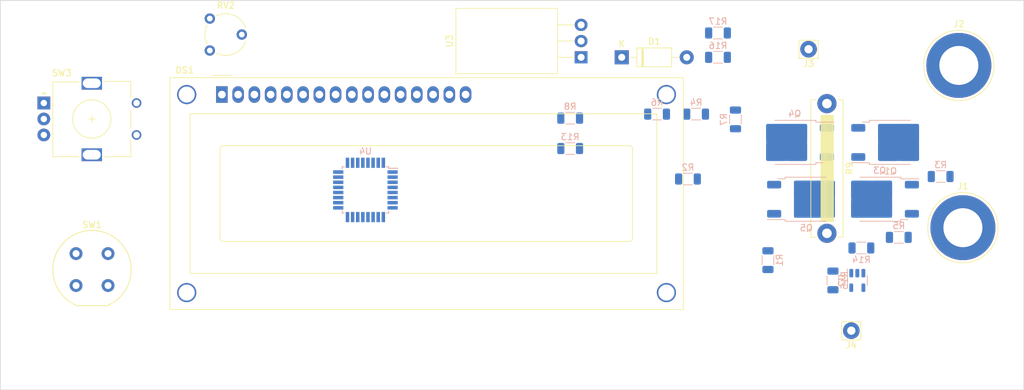
<source format=kicad_pcb>
(kicad_pcb (version 20221018) (generator pcbnew)
  (layers (0 "F.Cu" signal) (31 "B.Cu" signal) (34 "B.Paste" user) (35 "F.Paste" user) (36 "B.SilkS" user "B.Silkscreen") (37 "F.SilkS" user "F.Silkscreen") (38 "B.Mask" user) (39 "F.Mask" user) (44 "Edge.Cuts" user))
  (net 0 "")
  (net 1 "Net-(D1-K)")
  (net 2 "Net-(D1-A)")
  (net 3 "GND")
  (net 4 "VCC")
  (net 5 "Net-(DS1-VO)")
  (net 12 "Net-(Q1-G)")
  (net 13 "Net-(Q1-S)")
  (net 14 "Net-(Q3-G)")
  (net 15 "VDD")
  (net 16 "Net-(R14-Pad1)")
  (net 17 "Net-(U2--)")
  (net 18 "Net-(U3-VO)")
  (net 21 "Net-(U4-PD6)")
  (net 22 "Net-(U4-PB1)")
  (net 25 "Ismooth")
  (net 26 "/LCD.RS")
  (net 27 "/LCD.R{slash}~{W}")
  (net 28 "/LCD.E")
  (net 29 "/LCD.D4")
  (net 30 "/LCD.D5")
  (net 31 "/LCD.D6")
  (net 32 "/LCD.D7")
  (net 33 "Net-(J1-Pin_1)")
  (net 34 "Net-(J2-Pin_1)")
  (net 35 "Net-(U4-PB0)")
  (net 36 "Net-(U4-PB2)")
  (net 37 "Net-(U4-PD0)")
  (net 38 "Net-(U4-PD3)")
  (net 39 "Net-(U4-PD4)")
  (net 40 "Net-(U4-PD5)")
  (net 41 "Net-(U4-PD7)")
  (net 42 "Net-(U4-PD2)")
  (net 43 "Net-(Q5-G)")
  (net 44 "Net-(Q4-G)")
  (net 45 "Net-(J5-MISO)")
  (net 46 "Net-(J5-MOSI)")
  (net 47 "Net-(J5-SCK)")
  (footprint "Display:WC1602A" (layer "F.Cu") (at 102.89052 84.9593)
    (fp_text reference "DS1" (at -5.82 -3.81) (layer "F.SilkS"))
    (fp_text value "WC1602A")
    (fp_line (start -8.14 -2.64) (end -8.14 33.64) (stroke (width 0.12)) (layer "F.SilkS"))
    (fp_line (start -8.14 33.64) (end 72.14 33.64) (stroke (width 0.12)) (layer "F.SilkS"))
    (fp_line (start -8.13 -2.64) (end -7.34 -2.64) (stroke (width 0.12)) (layer "F.SilkS"))
    (fp_line (start -5 3) (end 68 3) (stroke (width 0.12)) (layer "F.SilkS"))
    (fp_line (start -5 28) (end -5 3) (stroke (width 0.12)) (layer "F.SilkS"))
    (fp_line (start -1.5 -3) (end 1.5 -3) (stroke (width 0.12)) (layer "F.SilkS"))
    (fp_line (start -0.29972 22.49932) (end -0.29972 8.5) (stroke (width 0.12)) (layer "F.SilkS"))
    (fp_line (start 0.2 8) (end 63.7 8) (stroke (width 0.12)) (layer "F.SilkS"))
    (fp_line (start 63.70066 23) (end 0.2 23) (stroke (width 0.12)) (layer "F.SilkS"))
    (fp_line (start 64.2 8.5) (end 64.2 22.5) (stroke (width 0.12)) (layer "F.SilkS"))
    (fp_line (start 68 3) (end 68 28) (stroke (width 0.12)) (layer "F.SilkS"))
    (fp_line (start 68 28) (end -5 28) (stroke (width 0.12)) (layer "F.SilkS"))
    (fp_line (start 72.14 -2.64) (end -7.34 -2.64) (stroke (width 0.12)) (layer "F.SilkS"))
    (fp_line (start 72.14 33.64) (end 72.14 -2.64) (stroke (width 0.12)) (layer "F.SilkS"))
    (fp_arc (start -0.29972 8.49884) (mid -0.153162 8.145018) (end 0.20066 7.99846) (stroke (width 0.12)) (layer "F.SilkS"))
    (fp_arc (start 0.20066 22.9997) (mid -0.153162 22.853142) (end -0.29972 22.49932) (stroke (width 0.12)) (layer "F.SilkS"))
    (fp_arc (start 63.7 8) (mid 64.053553 8.146447) (end 64.2 8.5) (stroke (width 0.12)) (layer "F.SilkS"))
    (fp_arc (start 64.20104 22.49932) (mid 64.054473 22.853115) (end 63.70066 22.9997) (stroke (width 0.12)) (layer "F.SilkS"))
    (pad "" thru_hole circle (at -5.4991 0) (size 3 3) (drill 2.5) (layers "*.Cu" "*.Mask"))
    (pad "" thru_hole circle (at -5.4991 31.0007) (size 3 3) (drill 2.5) (layers "*.Cu" "*.Mask"))
    (pad "" thru_hole circle (at 69.49948 31.0007) (size 3 3) (drill 2.5) (layers "*.Cu" "*.Mask"))
    (pad "" thru_hole circle (at 69.5 0) (size 3 3) (drill 2.5) (layers "*.Cu" "*.Mask"))
    (pad "1" thru_hole rect (at 0 0) (size 1.8 2.6) (drill 1.2) (layers "*.Cu" "*.Mask") (net 3 "GND"))
    (pad "2" thru_hole oval (at 2.54 0) (size 1.8 2.6) (drill 1.2) (layers "*.Cu" "*.Mask") (net 4 "VCC"))
    (pad "3" thru_hole oval (at 5.08 0) (size 1.8 2.6) (drill 1.2) (layers "*.Cu" "*.Mask") (net 5 "Net-(DS1-VO)"))
    (pad "4" thru_hole oval (at 7.62 0) (size 1.8 2.6) (drill 1.2) (layers "*.Cu" "*.Mask") (net 26 "/LCD.RS"))
    (pad "5" thru_hole oval (at 10.16 0) (size 1.8 2.6) (drill 1.2) (layers "*.Cu" "*.Mask") (net 27 "/LCD.R{slash}~{W}"))
    (pad "6" thru_hole oval (at 12.7 0) (size 1.8 2.6) (drill 1.2) (layers "*.Cu" "*.Mask") (net 28 "/LCD.E"))
    (pad "7" thru_hole oval (at 15.24 0) (size 1.8 2.6) (drill 1.2) (layers "*.Cu" "*.Mask"))
    (pad "8" thru_hole oval (at 17.78 0) (size 1.8 2.6) (drill 1.2) (layers "*.Cu" "*.Mask"))
    (pad "9" thru_hole oval (at 20.32 0) (size 1.8 2.6) (drill 1.2) (layers "*.Cu" "*.Mask"))
    (pad "10" thru_hole oval (at 22.86 0) (size 1.8 2.6) (drill 1.2) (layers "*.Cu" "*.Mask"))
    (pad "11" thru_hole oval (at 25.4 0) (size 1.8 2.6) (drill 1.2) (layers "*.Cu" "*.Mask") (net 29 "/LCD.D4"))
    (pad "12" thru_hole oval (at 27.94 0) (size 1.8 2.6) (drill 1.2) (layers "*.Cu" "*.Mask") (net 30 "/LCD.D5"))
    (pad "13" thru_hole oval (at 30.48 0) (size 1.8 2.6) (drill 1.2) (layers "*.Cu" "*.Mask") (net 31 "/LCD.D6"))
    (pad "14" thru_hole oval (at 33.02 0) (size 1.8 2.6) (drill 1.2) (layers "*.Cu" "*.Mask") (net 32 "/LCD.D7"))
    (pad "15" thru_hole oval (at 35.56 0) (size 1.8 2.6) (drill 1.2) (layers "*.Cu" "*.Mask"))
    (pad "16" thru_hole oval (at 38.1 0) (size 1.8 2.6) (drill 1.2) (layers "*.Cu" "*.Mask"))
  )
  (footprint "Connector_Pin:Pin_D1.3mm_L11.3mm_W2.8mm_Flat" (layer "F.Cu") (at 194.615 77.86)
    (fp_text reference "J3" (at 0 2.25) (layer "F.SilkS"))
    (fp_text value "Screw_Terminal_01x01")
    (fp_line (start -1.5 -1.4) (end -1.5 1.45) (stroke (width 0.12)) (layer "F.SilkS"))
    (fp_line (start -1.5 -1.4) (end 1.5 -1.4) (stroke (width 0.12)) (layer "F.SilkS"))
    (fp_line (start -1.5 1.45) (end 1.5 1.45) (stroke (width 0.12)) (layer "F.SilkS"))
    (fp_line (start 1.5 -1.4) (end 1.5 1.45) (stroke (width 0.12)) (layer "F.SilkS"))
    (pad "1" thru_hole circle (at 0 0) (size 2.6 2.6) (drill 1.3) (layers "*.Cu" "*.Mask") (net 15 "VDD"))
  )
  (footprint "Diode_THT:D_DO-41_SOD81_P10.16mm_Horizontal" (layer "F.Cu") (at 165.405 79.13)
    (fp_text reference "D1" (at 5.08 -2.47) (layer "F.SilkS"))
    (fp_text value "1N4007")
    (fp_text user "K" (at 0 -2.1) (layer "F.SilkS"))
    (fp_line (start 1.34 0) (end 2.36 0) (stroke (width 0.12)) (layer "F.SilkS"))
    (fp_line (start 2.36 -1.47) (end 2.36 1.47) (stroke (width 0.12)) (layer "F.SilkS"))
    (fp_line (start 2.36 1.47) (end 7.8 1.47) (stroke (width 0.12)) (layer "F.SilkS"))
    (fp_line (start 3.14 -1.47) (end 3.14 1.47) (stroke (width 0.12)) (layer "F.SilkS"))
    (fp_line (start 3.26 -1.47) (end 3.26 1.47) (stroke (width 0.12)) (layer "F.SilkS"))
    (fp_line (start 3.38 -1.47) (end 3.38 1.47) (stroke (width 0.12)) (layer "F.SilkS"))
    (fp_line (start 7.8 -1.47) (end 2.36 -1.47) (stroke (width 0.12)) (layer "F.SilkS"))
    (fp_line (start 7.8 1.47) (end 7.8 -1.47) (stroke (width 0.12)) (layer "F.SilkS"))
    (fp_line (start 8.82 0) (end 7.8 0) (stroke (width 0.12)) (layer "F.SilkS"))
    (pad "1" thru_hole rect (at 0 0) (size 2.2 2.2) (drill 1.1) (layers "*.Cu" "*.Mask") (net 1 "Net-(D1-K)"))
    (pad "2" thru_hole oval (at 10.16 0) (size 2.2 2.2) (drill 1.1) (layers "*.Cu" "*.Mask") (net 2 "Net-(D1-A)"))
  )
  (footprint "Potentiometer_THT:Potentiometer_Piher_PT-6-V_Vertical" (layer "F.Cu") (at 101.005 78.065)
    (fp_text reference "RV2" (at 2.5 -7.06) (layer "F.SilkS"))
    (fp_text value "R_Potentiometer")
    (fp_arc (start -0.413387 -1.014798) (mid -0.770114 -2.499325) (end -0.414 -3.984) (stroke (width 0.12)) (layer "F.SilkS"))
    (fp_arc (start 1.016032 -5.413829) (mid 3.725524 -5.531609) (end 5.592 -3.564) (stroke (width 0.12)) (layer "F.SilkS"))
    (fp_arc (start 2.556863 0.770075) (mid 1.764071 0.686696) (end 1.015 0.414) (stroke (width 0.12)) (layer "F.SilkS"))
    (fp_arc (start 5.591846 -1.435392) (mid 4.398899 0.162158) (end 2.5 0.77) (stroke (width 0.12)) (layer "F.SilkS"))
    (pad "1" thru_hole circle (at 0 0) (size 1.62 1.62) (drill 0.9) (layers "*.Cu" "*.Mask") (net 4 "VCC"))
    (pad "2" thru_hole circle (at 5 -2.5) (size 1.62 1.62) (drill 0.9) (layers "*.Cu" "*.Mask") (net 5 "Net-(DS1-VO)"))
    (pad "3" thru_hole circle (at 0 -5) (size 1.62 1.62) (drill 0.9) (layers "*.Cu" "*.Mask") (net 3 "GND"))
  )
  (footprint "Connector_Pin:Pin_D1.3mm_L11.3mm_W2.8mm_Flat" (layer "F.Cu") (at 201.295 121.92)
    (fp_text reference "J4" (at 0 2.25) (layer "F.SilkS"))
    (fp_text value "Screw_Terminal_01x01")
    (fp_line (start -1.5 -1.4) (end -1.5 1.45) (stroke (width 0.12)) (layer "F.SilkS"))
    (fp_line (start -1.5 -1.4) (end 1.5 -1.4) (stroke (width 0.12)) (layer "F.SilkS"))
    (fp_line (start -1.5 1.45) (end 1.5 1.45) (stroke (width 0.12)) (layer "F.SilkS"))
    (fp_line (start 1.5 -1.4) (end 1.5 1.45) (stroke (width 0.12)) (layer "F.SilkS"))
    (pad "1" thru_hole circle (at 0 0) (size 2.6 2.6) (drill 1.3) (layers "*.Cu" "*.Mask") (net 3 "GND"))
  )
  (footprint "Button_Switch_THT:Push_E-Switch_KS01Q01" (layer "F.Cu") (at 80.09 109.855)
    (fp_text reference "SW1" (at 2.5 -4.5) (layer "F.SilkS"))
    (fp_text value "SW_Push")
    (fp_line (start 4.89 8.14) (end 0.11 8.14) (stroke (width 0.15)) (layer "F.SilkS"))
    (fp_arc (start 0.11 8.14) (mid 2.496283 -3.625495) (end 4.896843 8.137095) (stroke (width 0.15)) (layer "F.SilkS"))
    (pad "1" thru_hole circle (at 0 0) (size 2 2) (drill 1.1) (layers "*.Cu" "*.Mask") (net 37 "Net-(U4-PD0)"))
    (pad "2" thru_hole circle (at 5 0) (size 2 2) (drill 1.1) (layers "*.Cu" "*.Mask") (net 3 "GND"))
    (pad "3" thru_hole circle (at 0 5) (size 2 2) (drill 1.1) (layers "*.Cu" "*.Mask"))
    (pad "4" thru_hole circle (at 5 5) (size 2 2) (drill 1.1) (layers "*.Cu" "*.Mask"))
  )
  (footprint "Resistor_THT:R_Bare_Metal_Element_L21.3mm_W4.8mm_P20.30mm" (layer "F.Cu") (at 197.485 86.38 -90)
    (fp_text reference "R9" (at 10.15 -3.52 90) (layer "F.SilkS"))
    (fp_text value " 0.01 5W")
    (fp_line (start -0.62 -2.52) (end 20.92 -2.52) (stroke (width 0.12)) (layer "F.SilkS"))
    (fp_line (start -0.62 -1.74) (end -0.62 -2.52) (stroke (width 0.12)) (layer "F.SilkS"))
    (fp_line (start -0.62 1.74) (end -0.62 2.52) (stroke (width 0.12)) (layer "F.SilkS"))
    (fp_line (start -0.62 2.52) (end 20.92 2.52) (stroke (width 0.12)) (layer "F.SilkS"))
    (fp_line (start 1.86 -1) (end 1.86 0.92) (stroke (width 0.12)) (layer "F.SilkS"))
    (fp_line (start 1.86 -1) (end 18.44 -1) (stroke (width 0.12)) (layer "F.SilkS"))
    (fp_line (start 1.86 -0.88) (end 18.44 -0.88) (stroke (width 0.12)) (layer "F.SilkS"))
    (fp_line (start 1.86 -0.76) (end 18.44 -0.76) (stroke (width 0.12)) (layer "F.SilkS"))
    (fp_line (start 1.86 -0.64) (end 18.44 -0.64) (stroke (width 0.12)) (layer "F.SilkS"))
    (fp_line (start 1.86 -0.52) (end 18.44 -0.52) (stroke (width 0.12)) (layer "F.SilkS"))
    (fp_line (start 1.86 -0.4) (end 18.44 -0.4) (stroke (width 0.12)) (layer "F.SilkS"))
    (fp_line (start 1.86 -0.28) (end 18.44 -0.28) (stroke (width 0.12)) (layer "F.SilkS"))
    (fp_line (start 1.86 -0.16) (end 18.44 -0.16) (stroke (width 0.12)) (layer "F.SilkS"))
    (fp_line (start 1.86 -0.04) (end 18.44 -0.04) (stroke (width 0.12)) (layer "F.SilkS"))
    (fp_line (start 1.86 0.08) (end 18.44 0.08) (stroke (width 0.12)) (layer "F.SilkS"))
    (fp_line (start 1.86 0.2) (end 18.44 0.2) (stroke (width 0.12)) (layer "F.SilkS"))
    (fp_line (start 1.86 0.32) (end 18.44 0.32) (stroke (width 0.12)) (layer "F.SilkS"))
    (fp_line (start 1.86 0.44) (end 18.44 0.44) (stroke (width 0.12)) (layer "F.SilkS"))
    (fp_line (start 1.86 0.56) (end 18.44 0.56) (stroke (width 0.12)) (layer "F.SilkS"))
    (fp_line (start 1.86 0.68) (end 18.44 0.68) (stroke (width 0.12)) (layer "F.SilkS"))
    (fp_line (start 1.86 0.8) (end 18.44 0.8) (stroke (width 0.12)) (layer "F.SilkS"))
    (fp_line (start 1.86 0.92) (end 18.44 0.92) (stroke (width 0.12)) (layer "F.SilkS"))
    (fp_line (start 18.44 -1) (end 18.44 0.92) (stroke (width 0.12)) (layer "F.SilkS"))
    (fp_line (start 20.92 -2.52) (end 20.92 -1.74) (stroke (width 0.12)) (layer "F.SilkS"))
    (fp_line (start 20.92 2.52) (end 20.92 1.74) (stroke (width 0.12)) (layer "F.SilkS"))
    (pad "1" thru_hole circle (at 0 0 270) (size 3 3) (drill 1.5) (layers "*.Cu" "*.Mask") (net 13 "Net-(Q1-S)"))
    (pad "2" thru_hole oval (at 20.3 0 270) (size 3 3) (drill 1.5) (layers "*.Cu" "*.Mask") (net 3 "GND"))
  )
  (footprint "Package_TO_SOT_THT:TO-220-3_Horizontal_TabDown" (layer "F.Cu") (at 159.055 79.13 90)
    (fp_text reference "U3" (at 2.54 -20.58 90) (layer "F.SilkS"))
    (fp_text value "LM7805_TO220")
    (fp_line (start -2.58 -19.58) (end -2.58 -3.69) (stroke (width 0.12)) (layer "F.SilkS"))
    (fp_line (start -2.58 -19.58) (end 7.66 -19.58) (stroke (width 0.12)) (layer "F.SilkS"))
    (fp_line (start -2.58 -3.69) (end 7.66 -3.69) (stroke (width 0.12)) (layer "F.SilkS"))
    (fp_line (start 0 -3.69) (end 0 -1.15) (stroke (width 0.12)) (layer "F.SilkS"))
    (fp_line (start 2.54 -3.69) (end 2.54 -1.15) (stroke (width 0.12)) (layer "F.SilkS"))
    (fp_line (start 5.08 -3.69) (end 5.08 -1.15) (stroke (width 0.12)) (layer "F.SilkS"))
    (fp_line (start 7.66 -19.58) (end 7.66 -3.69) (stroke (width 0.12)) (layer "F.SilkS"))
    (pad "" np_thru_hole oval (at 2.54 -16.66 90) (size 3.5 3.5) (drill 3.5) (layers "*.Cu" "*.Mask"))
    (pad "1" thru_hole rect (at 0 0 90) (size 1.905 2) (drill 1.1) (layers "*.Cu" "*.Mask") (net 1 "Net-(D1-K)"))
    (pad "2" thru_hole oval (at 2.54 0 90) (size 1.905 2) (drill 1.1) (layers "*.Cu" "*.Mask") (net 3 "GND"))
    (pad "3" thru_hole oval (at 5.08 0 90) (size 1.905 2) (drill 1.1) (layers "*.Cu" "*.Mask") (net 18 "Net-(U3-VO)"))
  )
  (footprint "pulsegem:Banana_Jack_1Pin" (layer "F.Cu") (at 218.11 80.4)
    (fp_text reference "J2" (at 0 -6.5) (layer "F.SilkS"))
    (fp_text value "Screw_Terminal_01x01")
    (fp_circle (center 0 0) (end 5.5 0) (stroke (width 0.12)) (fill none) (layer "F.SilkS"))
    (pad "1" thru_hole circle (at 0 0) (size 10.16 10.16) (drill 6.1) (layers "*.Cu" "*.Mask") (net 34 "Net-(J2-Pin_1)"))
  )
  (footprint "Rotary_Encoder:RotaryEncoder_Alps_EC11E_Vertical_H20mm" (layer "F.Cu") (at 75.05 86.285)
    (fp_text reference "SW3" (at 2.8 -4.7) (layer "F.SilkS"))
    (fp_text value "RotaryEncoder_Switch")
    (fp_line (start -0.3 -1.6) (end 0.3 -1.6) (stroke (width 0.12)) (layer "F.SilkS"))
    (fp_line (start 0 -1.3) (end -0.3 -1.6) (stroke (width 0.12)) (layer "F.SilkS"))
    (fp_line (start 0.3 -1.6) (end 0 -1.3) (stroke (width 0.12)) (layer "F.SilkS"))
    (fp_line (start 1.4 -3.3) (end 1.4 8.4) (stroke (width 0.12)) (layer "F.SilkS"))
    (fp_line (start 5.5 -3.3) (end 1.4 -3.3) (stroke (width 0.12)) (layer "F.SilkS"))
    (fp_line (start 5.5 8.4) (end 1.4 8.4) (stroke (width 0.12)) (layer "F.SilkS"))
    (fp_line (start 7 2.5) (end 8 2.5) (stroke (width 0.12)) (layer "F.SilkS"))
    (fp_line (start 7.5 2) (end 7.5 3) (stroke (width 0.12)) (layer "F.SilkS"))
    (fp_line (start 9.5 -3.4) (end 13.6 -3.4) (stroke (width 0.12)) (layer "F.SilkS"))
    (fp_line (start 13.6 -3.4) (end 13.6 -0.8) (stroke (width 0.12)) (layer "F.SilkS"))
    (fp_line (start 13.6 1.2) (end 13.6 3.8) (stroke (width 0.12)) (layer "F.SilkS"))
    (fp_line (start 13.6 5.8) (end 13.6 8.4) (stroke (width 0.12)) (layer "F.SilkS"))
    (fp_line (start 13.6 8.4) (end 9.5 8.4) (stroke (width 0.12)) (layer "F.SilkS"))
    (fp_circle (center 7.5 2.5) (end 10.5 2.5) (stroke (width 0.12)) (fill none) (layer "F.SilkS"))
    (pad "" thru_hole circle (at 14.5 0) (size 1.5 1.5) (drill 1) (layers "*.Cu" "*.Mask"))
    (pad "" thru_hole circle (at 14.5 5) (size 1.5 1.5) (drill 1) (layers "*.Cu" "*.Mask"))
    (pad "A" thru_hole rect (at 0 0) (size 2 2) (drill 1) (layers "*.Cu" "*.Mask") (net 42 "Net-(U4-PD2)"))
    (pad "B" thru_hole circle (at 0 5) (size 2 2) (drill 1) (layers "*.Cu" "*.Mask") (net 39 "Net-(U4-PD4)"))
    (pad "C" thru_hole circle (at 0 2.5) (size 2 2) (drill 1) (layers "*.Cu" "*.Mask") (net 38 "Net-(U4-PD3)"))
    (pad "MP" thru_hole rect (at 7.5 -3.1) (size 3.2 2) (drill oval 2.8 1.5) (layers "*.Cu" "*.Mask"))
    (pad "MP" thru_hole rect (at 7.5 8.1) (size 3.2 2) (drill oval 2.8 1.5) (layers "*.Cu" "*.Mask"))
  )
  (footprint "pulsegem:Banana_Jack_1Pin" (layer "F.Cu") (at 218.745 105.8)
    (fp_text reference "J1" (at 0 -6.5) (layer "F.SilkS"))
    (fp_text value "Screw_Terminal_01x01")
    (fp_circle (center 0 0) (end 5.5 0) (stroke (width 0.12)) (fill none) (layer "F.SilkS"))
    (pad "1" thru_hole circle (at 0 0) (size 10.16 10.16) (drill 6.1) (layers "*.Cu" "*.Mask") (net 33 "Net-(J1-Pin_1)"))
  )
  (footprint "Package_TO_SOT_SMD:TO-252-2" (layer "B.Cu") (at 194.27 101.34)
    (fp_text reference "Q5" (at 0 4.5) (layer "B.SilkS") (effects (justify mirror)))
    (fp_text value "QM6015D")
    (fp_line (start -3.31 -3.45) (end -3.31 -3.18) (stroke (width 0.12)) (layer "B.SilkS"))
    (fp_line (start -3.31 -3.18) (end -4.41 -3.18) (stroke (width 0.12)) (layer "B.SilkS"))
    (fp_line (start -3.31 3.18) (end -6.14 3.18) (stroke (width 0.12)) (layer "B.SilkS"))
    (fp_line (start -3.31 3.45) (end -3.31 3.18) (stroke (width 0.12)) (layer "B.SilkS"))
    (fp_line (start 3.11 -3.45) (end -3.31 -3.45) (stroke (width 0.12)) (layer "B.SilkS"))
    (fp_line (start 3.11 3.45) (end -3.31 3.45) (stroke (width 0.12)) (layer "B.SilkS"))
    (pad "1" smd roundrect (at -5.04 2.28) (size 2.2 1.2) (layers "B.Cu" "B.Paste" "B.Mask") (roundrect_rratio 0.208333) (net 43 "Net-(Q5-G)"))
    (pad "2" smd roundrect (at -0.415 -1.525) (size 3.05 2.75) (layers "B.Cu" "B.Paste") (roundrect_rratio 0.090909) (net 15 "VDD"))
    (pad "2" smd roundrect (at -0.415 1.525) (size 3.05 2.75) (layers "B.Cu" "B.Paste") (roundrect_rratio 0.090909) (net 15 "VDD"))
    (pad "2" smd roundrect (at 1.26 0) (size 6.4 5.8) (layers "B.Cu" "B.Mask") (roundrect_rratio 0.043103) (net 15 "VDD"))
    (pad "2" smd roundrect (at 2.935 -1.525) (size 3.05 2.75) (layers "B.Cu" "B.Paste") (roundrect_rratio 0.090909) (net 15 "VDD"))
    (pad "2" smd roundrect (at 2.935 1.525) (size 3.05 2.75) (layers "B.Cu" "B.Paste") (roundrect_rratio 0.090909) (net 15 "VDD"))
    (pad "3" smd roundrect (at -5.04 -2.28) (size 2.2 1.2) (layers "B.Cu" "B.Paste" "B.Mask") (roundrect_rratio 0.208333) (net 33 "Net-(J1-Pin_1)"))
  )
  (footprint "Resistor_SMD:R_1206_3216Metric" (layer "B.Cu") (at 170.9275 88.02 180)
    (fp_text reference "R6" (at 0 1.82) (layer "B.SilkS") (effects (justify mirror)))
    (fp_text value "10k")
    (fp_line (start -0.727064 -0.91) (end 0.727064 -0.91) (stroke (width 0.12)) (layer "B.SilkS"))
    (fp_line (start -0.727064 0.91) (end 0.727064 0.91) (stroke (width 0.12)) (layer "B.SilkS"))
    (pad "1" smd roundrect (at -1.4625 0 180) (size 1.125 1.75) (layers "B.Cu" "B.Paste" "B.Mask") (roundrect_rratio 0.222222) (net 3 "GND"))
    (pad "2" smd roundrect (at 1.4625 0 180) (size 1.125 1.75) (layers "B.Cu" "B.Paste" "B.Mask") (roundrect_rratio 0.222222) (net 36 "Net-(U4-PB2)"))
  )
  (footprint "Package_TO_SOT_SMD:TO-252-2" (layer "B.Cu") (at 207.425 92.45)
    (fp_text reference "Q1" (at 0 4.5) (layer "B.SilkS") (effects (justify mirror)))
    (fp_text value "QM6006D")
    (fp_line (start -3.31 -3.45) (end -3.31 -3.18) (stroke (width 0.12)) (layer "B.SilkS"))
    (fp_line (start -3.31 -3.18) (end -4.41 -3.18) (stroke (width 0.12)) (layer "B.SilkS"))
    (fp_line (start -3.31 3.18) (end -6.14 3.18) (stroke (width 0.12)) (layer "B.SilkS"))
    (fp_line (start -3.31 3.45) (end -3.31 3.18) (stroke (width 0.12)) (layer "B.SilkS"))
    (fp_line (start 3.11 -3.45) (end -3.31 -3.45) (stroke (width 0.12)) (layer "B.SilkS"))
    (fp_line (start 3.11 3.45) (end -3.31 3.45) (stroke (width 0.12)) (layer "B.SilkS"))
    (pad "1" smd roundrect (at -5.04 2.28) (size 2.2 1.2) (layers "B.Cu" "B.Paste" "B.Mask") (roundrect_rratio 0.208333) (net 12 "Net-(Q1-G)"))
    (pad "2" smd roundrect (at -0.415 -1.525) (size 3.05 2.75) (layers "B.Cu" "B.Paste") (roundrect_rratio 0.090909) (net 34 "Net-(J2-Pin_1)"))
    (pad "2" smd roundrect (at -0.415 1.525) (size 3.05 2.75) (layers "B.Cu" "B.Paste") (roundrect_rratio 0.090909) (net 34 "Net-(J2-Pin_1)"))
    (pad "2" smd roundrect (at 1.26 0) (size 6.4 5.8) (layers "B.Cu" "B.Mask") (roundrect_rratio 0.043103) (net 34 "Net-(J2-Pin_1)"))
    (pad "2" smd roundrect (at 2.935 -1.525) (size 3.05 2.75) (layers "B.Cu" "B.Paste") (roundrect_rratio 0.090909) (net 34 "Net-(J2-Pin_1)"))
    (pad "2" smd roundrect (at 2.935 1.525) (size 3.05 2.75) (layers "B.Cu" "B.Paste") (roundrect_rratio 0.090909) (net 34 "Net-(J2-Pin_1)"))
    (pad "3" smd roundrect (at -5.04 -2.28) (size 2.2 1.2) (layers "B.Cu" "B.Paste" "B.Mask") (roundrect_rratio 0.208333) (net 13 "Net-(Q1-S)"))
  )
  (footprint "Resistor_SMD:R_1206_3216Metric" (layer "B.Cu") (at 202.87 108.975)
    (fp_text reference "R14" (at 0 1.82) (layer "B.SilkS") (effects (justify mirror)))
    (fp_text value "100k")
    (fp_line (start -0.727064 -0.91) (end 0.727064 -0.91) (stroke (width 0.12)) (layer "B.SilkS"))
    (fp_line (start -0.727064 0.91) (end 0.727064 0.91) (stroke (width 0.12)) (layer "B.SilkS"))
    (pad "1" smd roundrect (at -1.4625 0) (size 1.125 1.75) (layers "B.Cu" "B.Paste" "B.Mask") (roundrect_rratio 0.222222) (net 16 "Net-(R14-Pad1)"))
    (pad "2" smd roundrect (at 1.4625 0) (size 1.125 1.75) (layers "B.Cu" "B.Paste" "B.Mask") (roundrect_rratio 0.222222) (net 17 "Net-(U2--)"))
  )
  (footprint "Resistor_SMD:R_1206_3216Metric" (layer "B.Cu") (at 180.4525 75.32 180)
    (fp_text reference "R17" (at 0 1.82) (layer "B.SilkS") (effects (justify mirror)))
    (fp_text value "R")
    (fp_line (start -0.727064 -0.91) (end 0.727064 -0.91) (stroke (width 0.12)) (layer "B.SilkS"))
    (fp_line (start -0.727064 0.91) (end 0.727064 0.91) (stroke (width 0.12)) (layer "B.SilkS"))
    (pad "1" smd roundrect (at -1.4625 0 180) (size 1.125 1.75) (layers "B.Cu" "B.Paste" "B.Mask") (roundrect_rratio 0.222222) (net 15 "VDD"))
    (pad "2" smd roundrect (at 1.4625 0 180) (size 1.125 1.75) (layers "B.Cu" "B.Paste" "B.Mask") (roundrect_rratio 0.222222) (net 2 "Net-(D1-A)"))
  )
  (footprint "Resistor_SMD:R_1206_3216Metric" (layer "B.Cu") (at 188.265 110.88 90)
    (fp_text reference "R1" (at 0 1.82 90) (layer "B.SilkS") (effects (justify mirror)))
    (fp_text value "22")
    (fp_line (start -0.727064 -0.91) (end 0.727064 -0.91) (stroke (width 0.12)) (layer "B.SilkS"))
    (fp_line (start -0.727064 0.91) (end 0.727064 0.91) (stroke (width 0.12)) (layer "B.SilkS"))
    (pad "1" smd roundrect (at -1.4625 0 90) (size 1.125 1.75) (layers "B.Cu" "B.Paste" "B.Mask") (roundrect_rratio 0.222222) (net 22 "Net-(U4-PB1)"))
    (pad "2" smd roundrect (at 1.4625 0 90) (size 1.125 1.75) (layers "B.Cu" "B.Paste" "B.Mask") (roundrect_rratio 0.222222) (net 43 "Net-(Q5-G)"))
  )
  (footprint "Resistor_SMD:R_1206_3216Metric" (layer "B.Cu") (at 177.0275 88.02 180)
    (fp_text reference "R4" (at 0 1.82) (layer "B.SilkS") (effects (justify mirror)))
    (fp_text value "22")
    (fp_line (start -0.727064 -0.91) (end 0.727064 -0.91) (stroke (width 0.12)) (layer "B.SilkS"))
    (fp_line (start -0.727064 0.91) (end 0.727064 0.91) (stroke (width 0.12)) (layer "B.SilkS"))
    (pad "1" smd roundrect (at -1.4625 0 180) (size 1.125 1.75) (layers "B.Cu" "B.Paste" "B.Mask") (roundrect_rratio 0.222222) (net 12 "Net-(Q1-G)"))
    (pad "2" smd roundrect (at 1.4625 0 180) (size 1.125 1.75) (layers "B.Cu" "B.Paste" "B.Mask") (roundrect_rratio 0.222222) (net 36 "Net-(U4-PB2)"))
  )
  (footprint "Resistor_SMD:R_1206_3216Metric" (layer "B.Cu") (at 183.185 88.8475 -90)
    (fp_text reference "R7" (at 0 1.82 90) (layer "B.SilkS") (effects (justify mirror)))
    (fp_text value "10k")
    (fp_line (start -0.727064 -0.91) (end 0.727064 -0.91) (stroke (width 0.12)) (layer "B.SilkS"))
    (fp_line (start -0.727064 0.91) (end 0.727064 0.91) (stroke (width 0.12)) (layer "B.SilkS"))
    (pad "1" smd roundrect (at -1.4625 0 270) (size 1.125 1.75) (layers "B.Cu" "B.Paste" "B.Mask") (roundrect_rratio 0.222222) (net 3 "GND"))
    (pad "2" smd roundrect (at 1.4625 0 270) (size 1.125 1.75) (layers "B.Cu" "B.Paste" "B.Mask") (roundrect_rratio 0.222222) (net 21 "Net-(U4-PD6)"))
  )
  (footprint "Resistor_SMD:R_1206_3216Metric" (layer "B.Cu") (at 180.4525 79.13 180)
    (fp_text reference "R16" (at 0 1.82) (layer "B.SilkS") (effects (justify mirror)))
    (fp_text value "R")
    (fp_line (start -0.727064 -0.91) (end 0.727064 -0.91) (stroke (width 0.12)) (layer "B.SilkS"))
    (fp_line (start -0.727064 0.91) (end 0.727064 0.91) (stroke (width 0.12)) (layer "B.SilkS"))
    (pad "1" smd roundrect (at -1.4625 0 180) (size 1.125 1.75) (layers "B.Cu" "B.Paste" "B.Mask") (roundrect_rratio 0.222222) (net 15 "VDD"))
    (pad "2" smd roundrect (at 1.4625 0 180) (size 1.125 1.75) (layers "B.Cu" "B.Paste" "B.Mask") (roundrect_rratio 0.222222) (net 2 "Net-(D1-A)"))
  )
  (footprint "Resistor_SMD:R_1206_3216Metric" (layer "B.Cu") (at 157.3425 88.655 180)
    (fp_text reference "R8" (at 0 1.82) (layer "B.SilkS") (effects (justify mirror)))
    (fp_text value "10k")
    (fp_line (start -0.727064 -0.91) (end 0.727064 -0.91) (stroke (width 0.12)) (layer "B.SilkS"))
    (fp_line (start -0.727064 0.91) (end 0.727064 0.91) (stroke (width 0.12)) (layer "B.SilkS"))
    (pad "1" smd roundrect (at -1.4625 0 180) (size 1.125 1.75) (layers "B.Cu" "B.Paste" "B.Mask") (roundrect_rratio 0.222222) (net 22 "Net-(U4-PB1)"))
    (pad "2" smd roundrect (at 1.4625 0 180) (size 1.125 1.75) (layers "B.Cu" "B.Paste" "B.Mask") (roundrect_rratio 0.222222) (net 15 "VDD"))
  )
  (footprint "Resistor_SMD:R_1206_3216Metric" (layer "B.Cu") (at 175.7575 98.18 180)
    (fp_text reference "R2" (at 0 1.82) (layer "B.SilkS") (effects (justify mirror)))
    (fp_text value "22")
    (fp_line (start -0.727064 -0.91) (end 0.727064 -0.91) (stroke (width 0.12)) (layer "B.SilkS"))
    (fp_line (start -0.727064 0.91) (end 0.727064 0.91) (stroke (width 0.12)) (layer "B.SilkS"))
    (pad "1" smd roundrect (at -1.4625 0 180) (size 1.125 1.75) (layers "B.Cu" "B.Paste" "B.Mask") (roundrect_rratio 0.222222) (net 21 "Net-(U4-PD6)"))
    (pad "2" smd roundrect (at 1.4625 0 180) (size 1.125 1.75) (layers "B.Cu" "B.Paste" "B.Mask") (roundrect_rratio 0.222222) (net 44 "Net-(Q4-G)"))
  )
  (footprint "Resistor_SMD:R_1206_3216Metric" (layer "B.Cu") (at 157.3425 93.405 180)
    (fp_text reference "R13" (at 0 1.82) (layer "B.SilkS") (effects (justify mirror)))
    (fp_text value "1k")
    (fp_line (start -0.727064 -0.91) (end 0.727064 -0.91) (stroke (width 0.12)) (layer "B.SilkS"))
    (fp_line (start -0.727064 0.91) (end 0.727064 0.91) (stroke (width 0.12)) (layer "B.SilkS"))
    (pad "1" smd roundrect (at -1.4625 0 180) (size 1.125 1.75) (layers "B.Cu" "B.Paste" "B.Mask") (roundrect_rratio 0.222222) (net 3 "GND"))
    (pad "2" smd roundrect (at 1.4625 0 180) (size 1.125 1.75) (layers "B.Cu" "B.Paste" "B.Mask") (roundrect_rratio 0.222222) (net 17 "Net-(U2--)"))
  )
  (footprint "Resistor_SMD:R_1206_3216Metric" (layer "B.Cu") (at 208.7225 107.315 180)
    (fp_text reference "R5" (at 0 1.82) (layer "B.SilkS") (effects (justify mirror)))
    (fp_text value "10k")
    (fp_line (start -0.727064 -0.91) (end 0.727064 -0.91) (stroke (width 0.12)) (layer "B.SilkS"))
    (fp_line (start -0.727064 0.91) (end 0.727064 0.91) (stroke (width 0.12)) (layer "B.SilkS"))
    (pad "1" smd roundrect (at -1.4625 0 180) (size 1.125 1.75) (layers "B.Cu" "B.Paste" "B.Mask") (roundrect_rratio 0.222222) (net 35 "Net-(U4-PB0)"))
    (pad "2" smd roundrect (at 1.4625 0 180) (size 1.125 1.75) (layers "B.Cu" "B.Paste" "B.Mask") (roundrect_rratio 0.222222) (net 15 "VDD"))
  )
  (footprint "Package_QFP:TQFP-32_7x7mm_P0.8mm" (layer "B.Cu") (at 125.33 99.89 180)
    (fp_text reference "U4" (at 0 6.05) (layer "B.SilkS") (effects (justify mirror)))
    (fp_text value "ATmega328-A")
    (fp_line (start -3.625 -3.625) (end -3.625 -3.3) (stroke (width 0.15)) (layer "B.SilkS"))
    (fp_line (start -3.625 -3.625) (end -3.3 -3.625) (stroke (width 0.15)) (layer "B.SilkS"))
    (fp_line (start -3.625 3.4) (end -5.05 3.4) (stroke (width 0.15)) (layer "B.SilkS"))
    (fp_line (start -3.625 3.625) (end -3.625 3.4) (stroke (width 0.15)) (layer "B.SilkS"))
    (fp_line (start -3.625 3.625) (end -3.3 3.625) (stroke (width 0.15)) (layer "B.SilkS"))
    (fp_line (start 3.625 -3.625) (end 3.3 -3.625) (stroke (width 0.15)) (layer "B.SilkS"))
    (fp_line (start 3.625 -3.625) (end 3.625 -3.3) (stroke (width 0.15)) (layer "B.SilkS"))
    (fp_line (start 3.625 3.625) (end 3.3 3.625) (stroke (width 0.15)) (layer "B.SilkS"))
    (fp_line (start 3.625 3.625) (end 3.625 3.3) (stroke (width 0.15)) (layer "B.SilkS"))
    (pad "1" smd rect (at -4.25 2.8 180) (size 1.6 0.55) (layers "B.Cu" "B.Paste" "B.Mask") (net 38 "Net-(U4-PD3)"))
    (pad "2" smd rect (at -4.25 2 180) (size 1.6 0.55) (layers "B.Cu" "B.Paste" "B.Mask") (net 39 "Net-(U4-PD4)"))
    (pad "3" smd rect (at -4.25 1.2 180) (size 1.6 0.55) (layers "B.Cu" "B.Paste" "B.Mask") (net 3 "GND"))
    (pad "4" smd rect (at -4.25 0.4 180) (size 1.6 0.55) (layers "B.Cu" "B.Paste" "B.Mask") (net 4 "VCC"))
    (pad "5" smd rect (at -4.25 -0.4 180) (size 1.6 0.55) (layers "B.Cu" "B.Paste" "B.Mask") (net 3 "GND"))
    (pad "6" smd rect (at -4.25 -1.2 180) (size 1.6 0.55) (layers "B.Cu" "B.Paste" "B.Mask") (net 4 "VCC"))
    (pad "7" smd rect (at -4.25 -2 180) (size 1.6 0.55) (layers "B.Cu" "B.Paste" "B.Mask"))
    (pad "8" smd rect (at -4.25 -2.8 180) (size 1.6 0.55) (layers "B.Cu" "B.Paste" "B.Mask"))
    (pad "9" smd rect (at -2.8 -4.25 90) (size 1.6 0.55) (layers "B.Cu" "B.Paste" "B.Mask") (net 40 "Net-(U4-PD5)"))
    (pad "10" smd rect (at -2 -4.25 90) (size 1.6 0.55) (layers "B.Cu" "B.Paste" "B.Mask") (net 21 "Net-(U4-PD6)"))
    (pad "11" smd rect (at -1.2 -4.25 90) (size 1.6 0.55) (layers "B.Cu" "B.Paste" "B.Mask") (net 41 "Net-(U4-PD7)"))
    (pad "12" smd rect (at -0.4 -4.25 90) (size 1.6 0.55) (layers "B.Cu" "B.Paste" "B.Mask") (net 35 "Net-(U4-PB0)"))
    (pad "13" smd rect (at 0.4 -4.25 90) (size 1.6 0.55) (layers "B.Cu" "B.Paste" "B.Mask") (net 22 "Net-(U4-PB1)"))
    (pad "14" smd rect (at 1.2 -4.25 90) (size 1.6 0.55) (layers "B.Cu" "B.Paste" "B.Mask") (net 36 "Net-(U4-PB2)"))
    (pad "15" smd rect (at 2 -4.25 90) (size 1.6 0.55) (layers "B.Cu" "B.Paste" "B.Mask") (net 45 "Net-(J5-MISO)"))
    (pad "16" smd rect (at 2.8 -4.25 90) (size 1.6 0.55) (layers "B.Cu" "B.Paste" "B.Mask") (net 46 "Net-(J5-MOSI)"))
    (pad "17" smd rect (at 4.25 -2.8 180) (size 1.6 0.55) (layers "B.Cu" "B.Paste" "B.Mask") (net 47 "Net-(J5-SCK)"))
    (pad "18" smd rect (at 4.25 -2 180) (size 1.6 0.55) (layers "B.Cu" "B.Paste" "B.Mask"))
    (pad "19" smd rect (at 4.25 -1.2 180) (size 1.6 0.55) (layers "B.Cu" "B.Paste" "B.Mask"))
    (pad "20" smd rect (at 4.25 -0.4 180) (size 1.6 0.55) (layers "B.Cu" "B.Paste" "B.Mask"))
    (pad "21" smd rect (at 4.25 0.4 180) (size 1.6 0.55) (layers "B.Cu" "B.Paste" "B.Mask") (net 3 "GND"))
    (pad "22" smd rect (at 4.25 1.2 180) (size 1.6 0.55) (layers "B.Cu" "B.Paste" "B.Mask") (net 25 "Ismooth"))
    (pad "23" smd rect (at 4.25 2 180) (size 1.6 0.55) (layers "B.Cu" "B.Paste" "B.Mask") (net 28 "/LCD.E"))
    (pad "24" smd rect (at 4.25 2.8 180) (size 1.6 0.55) (layers "B.Cu" "B.Paste" "B.Mask") (net 27 "/LCD.R{slash}~{W}"))
    (pad "25" smd rect (at 2.8 4.25 90) (size 1.6 0.55) (layers "B.Cu" "B.Paste" "B.Mask") (net 26 "/LCD.RS"))
    (pad "26" smd rect (at 2 4.25 90) (size 1.6 0.55) (layers "B.Cu" "B.Paste" "B.Mask") (net 29 "/LCD.D4"))
    (pad "27" smd rect (at 1.2 4.25 90) (size 1.6 0.55) (layers "B.Cu" "B.Paste" "B.Mask") (net 30 "/LCD.D5"))
    (pad "28" smd rect (at 0.4 4.25 90) (size 1.6 0.55) (layers "B.Cu" "B.Paste" "B.Mask") (net 31 "/LCD.D6"))
    (pad "29" smd rect (at -0.4 4.25 90) (size 1.6 0.55) (layers "B.Cu" "B.Paste" "B.Mask") (net 32 "/LCD.D7"))
    (pad "30" smd rect (at -1.2 4.25 90) (size 1.6 0.55) (layers "B.Cu" "B.Paste" "B.Mask") (net 37 "Net-(U4-PD0)"))
    (pad "31" smd rect (at -2 4.25 90) (size 1.6 0.55) (layers "B.Cu" "B.Paste" "B.Mask"))
    (pad "32" smd rect (at -2.8 4.25 90) (size 1.6 0.55) (layers "B.Cu" "B.Paste" "B.Mask") (net 42 "Net-(U4-PD2)"))
  )
  (footprint "Resistor_SMD:R_1206_3216Metric" (layer "B.Cu") (at 198.425 114.055 90)
    (fp_text reference "R15" (at 0 1.82 90) (layer "B.SilkS") (effects (justify mirror)))
    (fp_text value "1k")
    (fp_line (start -0.727064 -0.91) (end 0.727064 -0.91) (stroke (width 0.12)) (layer "B.SilkS"))
    (fp_line (start -0.727064 0.91) (end 0.727064 0.91) (stroke (width 0.12)) (layer "B.SilkS"))
    (pad "1" smd roundrect (at -1.4625 0 90) (size 1.125 1.75) (layers "B.Cu" "B.Paste" "B.Mask") (roundrect_rratio 0.222222) (net 25 "Ismooth"))
    (pad "2" smd roundrect (at 1.4625 0 90) (size 1.125 1.75) (layers "B.Cu" "B.Paste" "B.Mask") (roundrect_rratio 0.222222) (net 16 "Net-(R14-Pad1)"))
  )
  (footprint "Resistor_SMD:R_1206_3216Metric" (layer "B.Cu") (at 215.265 97.79 180)
    (fp_text reference "R3" (at 0 1.82) (layer "B.SilkS") (effects (justify mirror)))
    (fp_text value "22")
    (fp_line (start -0.727064 -0.91) (end 0.727064 -0.91) (stroke (width 0.12)) (layer "B.SilkS"))
    (fp_line (start -0.727064 0.91) (end 0.727064 0.91) (stroke (width 0.12)) (layer "B.SilkS"))
    (pad "1" smd roundrect (at -1.4625 0 180) (size 1.125 1.75) (layers "B.Cu" "B.Paste" "B.Mask") (roundrect_rratio 0.222222) (net 14 "Net-(Q3-G)"))
    (pad "2" smd roundrect (at 1.4625 0 180) (size 1.125 1.75) (layers "B.Cu" "B.Paste" "B.Mask") (roundrect_rratio 0.222222) (net 35 "Net-(U4-PB0)"))
  )
  (footprint "Package_TO_SOT_SMD:SOT-23-5" (layer "B.Cu") (at 202.235 114.055 -90)
    (fp_text reference "U2" (at 0 2.4 90) (layer "B.SilkS") (effects (justify mirror)))
    (fp_text value "MCP6001R")
    (fp_line (start 0 -1.56) (end -0.8 -1.56) (stroke (width 0.12)) (layer "B.SilkS"))
    (fp_line (start 0 -1.56) (end 0.8 -1.56) (stroke (width 0.12)) (layer "B.SilkS"))
    (fp_line (start 0 1.56) (end -1.8 1.56) (stroke (width 0.12)) (layer "B.SilkS"))
    (fp_line (start 0 1.56) (end 0.8 1.56) (stroke (width 0.12)) (layer "B.SilkS"))
    (pad "1" smd roundrect (at -1.1375 0.95 270) (size 1.325 0.6) (layers "B.Cu" "B.Paste" "B.Mask") (net 16 "Net-(R14-Pad1)"))
    (pad "2" smd roundrect (at -1.1375 0 270) (size 1.325 0.6) (layers "B.Cu" "B.Paste" "B.Mask") (net 4 "VCC"))
    (pad "3" smd roundrect (at -1.1375 -0.95 270) (size 1.325 0.6) (layers "B.Cu" "B.Paste" "B.Mask") (net 13 "Net-(Q1-S)"))
    (pad "4" smd roundrect (at 1.1375 -0.95 270) (size 1.325 0.6) (layers "B.Cu" "B.Paste" "B.Mask") (net 17 "Net-(U2--)"))
    (pad "5" smd roundrect (at 1.1375 0.95 270) (size 1.325 0.6) (layers "B.Cu" "B.Paste" "B.Mask") (net 3 "GND"))
  )
  (footprint "Package_TO_SOT_SMD:TO-252-2" (layer "B.Cu") (at 192.445 92.45 180)
    (fp_text reference "Q4" (at 0 4.5) (layer "B.SilkS") (effects (justify mirror)))
    (fp_text value "QM6006D")
    (fp_line (start -3.31 -3.45) (end -3.31 -3.18) (stroke (width 0.12)) (layer "B.SilkS"))
    (fp_line (start -3.31 -3.18) (end -4.41 -3.18) (stroke (width 0.12)) (layer "B.SilkS"))
    (fp_line (start -3.31 3.18) (end -6.14 3.18) (stroke (width 0.12)) (layer "B.SilkS"))
    (fp_line (start -3.31 3.45) (end -3.31 3.18) (stroke (width 0.12)) (layer "B.SilkS"))
    (fp_line (start 3.11 -3.45) (end -3.31 -3.45) (stroke (width 0.12)) (layer "B.SilkS"))
    (fp_line (start 3.11 3.45) (end -3.31 3.45) (stroke (width 0.12)) (layer "B.SilkS"))
    (pad "1" smd roundrect (at -5.04 2.28 180) (size 2.2 1.2) (layers "B.Cu" "B.Paste" "B.Mask") (roundrect_rratio 0.208333) (net 44 "Net-(Q4-G)"))
    (pad "2" smd roundrect (at -0.415 -1.525 180) (size 3.05 2.75) (layers "B.Cu" "B.Paste") (roundrect_rratio 0.090909) (net 33 "Net-(J1-Pin_1)"))
    (pad "2" smd roundrect (at -0.415 1.525 180) (size 3.05 2.75) (layers "B.Cu" "B.Paste") (roundrect_rratio 0.090909) (net 33 "Net-(J1-Pin_1)"))
    (pad "2" smd roundrect (at 1.26 0 180) (size 6.4 5.8) (layers "B.Cu" "B.Mask") (roundrect_rratio 0.043103) (net 33 "Net-(J1-Pin_1)"))
    (pad "2" smd roundrect (at 2.935 -1.525 180) (size 3.05 2.75) (layers "B.Cu" "B.Paste") (roundrect_rratio 0.090909) (net 33 "Net-(J1-Pin_1)"))
    (pad "2" smd roundrect (at 2.935 1.525 180) (size 3.05 2.75) (layers "B.Cu" "B.Paste") (roundrect_rratio 0.090909) (net 33 "Net-(J1-Pin_1)"))
    (pad "3" smd roundrect (at -5.04 -2.28 180) (size 2.2 1.2) (layers "B.Cu" "B.Paste" "B.Mask") (roundrect_rratio 0.208333) (net 13 "Net-(Q1-S)"))
  )
  (footprint "Package_TO_SOT_SMD:TO-252-2" (layer "B.Cu") (at 205.73 101.34 180)
    (fp_text reference "Q3" (at 0 4.5) (layer "B.SilkS") (effects (justify mirror)))
    (fp_text value "QM6015D")
    (fp_line (start -3.31 -3.45) (end -3.31 -3.18) (stroke (width 0.12)) (layer "B.SilkS"))
    (fp_line (start -3.31 -3.18) (end -4.41 -3.18) (stroke (width 0.12)) (layer "B.SilkS"))
    (fp_line (start -3.31 3.18) (end -6.14 3.18) (stroke (width 0.12)) (layer "B.SilkS"))
    (fp_line (start -3.31 3.45) (end -3.31 3.18) (stroke (width 0.12)) (layer "B.SilkS"))
    (fp_line (start 3.11 -3.45) (end -3.31 -3.45) (stroke (width 0.12)) (layer "B.SilkS"))
    (fp_line (start 3.11 3.45) (end -3.31 3.45) (stroke (width 0.12)) (layer "B.SilkS"))
    (pad "1" smd roundrect (at -5.04 2.28 180) (size 2.2 1.2) (layers "B.Cu" "B.Paste" "B.Mask") (roundrect_rratio 0.208333) (net 14 "Net-(Q3-G)"))
    (pad "2" smd roundrect (at -0.415 -1.525 180) (size 3.05 2.75) (layers "B.Cu" "B.Paste") (roundrect_rratio 0.090909) (net 15 "VDD"))
    (pad "2" smd roundrect (at -0.415 1.525 180) (size 3.05 2.75) (layers "B.Cu" "B.Paste") (roundrect_rratio 0.090909) (net 15 "VDD"))
    (pad "2" smd roundrect (at 1.26 0 180) (size 6.4 5.8) (layers "B.Cu" "B.Mask") (roundrect_rratio 0.043103) (net 15 "VDD"))
    (pad "2" smd roundrect (at 2.935 -1.525 180) (size 3.05 2.75) (layers "B.Cu" "B.Paste") (roundrect_rratio 0.090909) (net 15 "VDD"))
    (pad "2" smd roundrect (at 2.935 1.525 180) (size 3.05 2.75) (layers "B.Cu" "B.Paste") (roundrect_rratio 0.090909) (net 15 "VDD"))
    (pad "3" smd roundrect (at -5.04 -2.28 180) (size 2.2 1.2) (layers "B.Cu" "B.Paste" "B.Mask") (roundrect_rratio 0.208333) (net 34 "Net-(J2-Pin_1)"))
  )
  (gr_rect (start 68.25 70.24) (end 228.27 131.2) (stroke (width 0.1)) (fill none) (layer "Edge.Cuts"))
)
</source>
